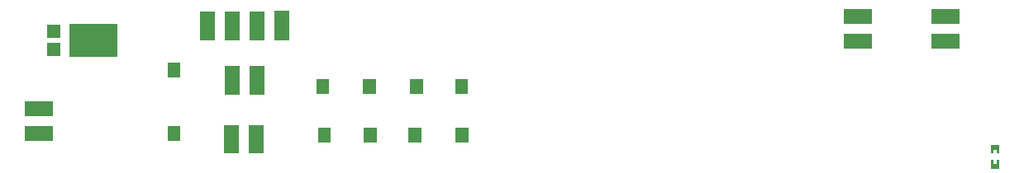
<source format=gtp>
G04 Layer: TopPasteMaskLayer*
G04 EasyEDA v6.5.9, 2022-08-06 01:21:21*
G04 14fef34793594d2db1d7ff351c51599c,c09117847ad249c1abd8b20aa127d3a4,10*
G04 Gerber Generator version 0.2*
G04 Scale: 100 percent, Rotated: No, Reflected: No *
G04 Dimensions in millimeters *
G04 leading zeros omitted , absolute positions ,4 integer and 5 decimal *
%FSLAX45Y45*%
%MOMM*%

%ADD10R,1.4000X1.4000*%
%ADD11R,4.9000X3.4000*%
%ADD12R,3.0000X1.5000*%
%ADD13R,1.5000X3.0000*%

%LPD*%
G36*
X10963046Y5305399D02*
G01*
X10958017Y5300421D01*
X10958017Y5220411D01*
X10963046Y5215432D01*
X10985804Y5215432D01*
X10985804Y5252415D01*
X11018824Y5252415D01*
X11018824Y5215432D01*
X11043005Y5215432D01*
X11048034Y5220411D01*
X11048034Y5300421D01*
X11043005Y5305399D01*
G37*
G36*
X10963046Y5145430D02*
G01*
X10958017Y5140401D01*
X10958017Y5061407D01*
X10963046Y5056428D01*
X11043005Y5056428D01*
X11048034Y5061407D01*
X11048034Y5140401D01*
X11043005Y5145430D01*
X11018824Y5145430D01*
X11018824Y5107432D01*
X10985804Y5107432D01*
X10985804Y5145430D01*
G37*
G36*
X4048683Y5978982D02*
G01*
X4178731Y5978982D01*
X4178731Y5828868D01*
X4048683Y5828868D01*
G37*
G36*
X4065930Y5478983D02*
G01*
X4195978Y5478983D01*
X4195978Y5328869D01*
X4065930Y5328869D01*
G37*
G36*
X2525775Y6145656D02*
G01*
X2655824Y6145656D01*
X2655824Y5995543D01*
X2525775Y5995543D01*
G37*
G36*
X2525775Y5497956D02*
G01*
X2655824Y5497956D01*
X2655824Y5347843D01*
X2525775Y5347843D01*
G37*
G36*
X5472175Y5980556D02*
G01*
X5602224Y5980556D01*
X5602224Y5830443D01*
X5472175Y5830443D01*
G37*
G36*
X5475630Y5478983D02*
G01*
X5605678Y5478983D01*
X5605678Y5328869D01*
X5475630Y5328869D01*
G37*
G36*
X4528563Y5978984D02*
G01*
X4658611Y5978984D01*
X4658611Y5828870D01*
X4528563Y5828870D01*
G37*
G36*
X4535830Y5478983D02*
G01*
X4665878Y5478983D01*
X4665878Y5328869D01*
X4535830Y5328869D01*
G37*
G36*
X5008445Y5978984D02*
G01*
X5138493Y5978984D01*
X5138493Y5828870D01*
X5008445Y5828870D01*
G37*
G36*
X4993030Y5478983D02*
G01*
X5123078Y5478983D01*
X5123078Y5328869D01*
X4993030Y5328869D01*
G37*
D10*
G01*
X1358900Y6467398D03*
G01*
X1358900Y6283401D03*
D11*
G01*
X1765300Y6375400D03*
D12*
G01*
X1207515Y5417286D03*
G01*
X1207515Y5671286D03*
G36*
X3112678Y6116622D02*
G01*
X3262680Y6116622D01*
X3262680Y5816622D01*
X3112678Y5816622D01*
G37*
G36*
X3366668Y6116622D02*
G01*
X3516670Y6116622D01*
X3516670Y5816622D01*
X3366668Y5816622D01*
G37*
D13*
G01*
X3429025Y5361787D03*
G01*
X3175025Y5361787D03*
D12*
G01*
X9593224Y6365087D03*
G01*
X9593224Y6619087D03*
G01*
X10491266Y6623151D03*
G01*
X10491266Y6369151D03*
G36*
X2858688Y6675417D02*
G01*
X3008690Y6675417D01*
X3008690Y6375417D01*
X2858688Y6375417D01*
G37*
G36*
X3112678Y6675417D02*
G01*
X3262680Y6675417D01*
X3262680Y6375417D01*
X3112678Y6375417D01*
G37*
G36*
X3366691Y6675417D02*
G01*
X3516693Y6675417D01*
X3516693Y6375417D01*
X3366691Y6375417D01*
G37*
G36*
X3620678Y6677809D02*
G01*
X3770680Y6677809D01*
X3770680Y6377810D01*
X3620678Y6377810D01*
G37*
M02*

</source>
